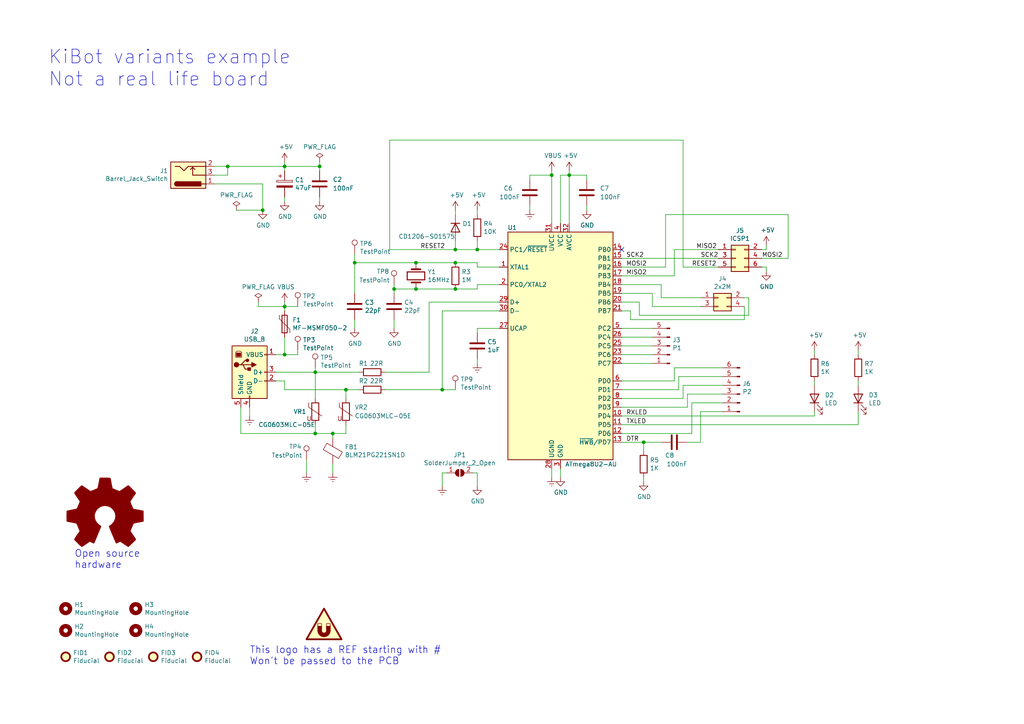
<source format=kicad_sch>
(kicad_sch (version 20211123) (generator eeschema)
  (paper "A4")
  (title_block (title "Arduino UNO programmer") (date "${date}") (rev "${git_hash}") (company "Instituto Nacional de Tecnología Industrial") (comment 1 "Just a copy of the original circuit, but not as ugly") (comment 4 "An example of KiBot variants"))
  (lib_symbols
    (symbol "Connector:Barrel_Jack_Switch" (pin_names hide)
      (property "Reference" "J" (at 0 5.334 0))
      (property "Value" "Barrel_Jack_Switch" (at 0 -5.08 0))
      (symbol "Barrel_Jack_Switch_1_1"
        (pin passive line (at 7.62 2.54 180) (length 2.54) (name "~") (number "1"))
        (pin passive line (at 7.62 -2.54 180) (length 2.54) (name "~") (number "2"))
        (pin passive line (at 7.62 0 180) (length 2.54) (name "~") (number "3"))
      )
    )
    (symbol "Connector:Conn_01x05_Male" (pin_names (offset 1.016) hide)
      (property "Reference" "J" (at 0 7.62 0))
      (property "Value" "Conn_01x05_Male" (at 0 -7.62 0))
      (symbol "Conn_01x05_Male_1_1"
        (pin passive line (at 5.08 5.08 180) (length 3.81) (name "Pin_1") (number "1"))
        (pin passive line (at 5.08 2.54 180) (length 3.81) (name "Pin_2") (number "2"))
        (pin passive line (at 5.08 0 180) (length 3.81) (name "Pin_3") (number "3"))
        (pin passive line (at 5.08 -2.54 180) (length 3.81) (name "Pin_4") (number "4"))
        (pin passive line (at 5.08 -5.08 180) (length 3.81) (name "Pin_5") (number "5"))
      )
    )
    (symbol "Connector:Conn_01x06_Male" (pin_names (offset 1.016) hide)
      (property "Reference" "J" (at 0 7.62 0))
      (property "Value" "Conn_01x06_Male" (at 0 -10.16 0))
      (symbol "Conn_01x06_Male_1_1"
        (pin passive line (at 5.08 5.08 180) (length 3.81) (name "Pin_1") (number "1"))
        (pin passive line (at 5.08 2.54 180) (length 3.81) (name "Pin_2") (number "2"))
        (pin passive line (at 5.08 0 180) (length 3.81) (name "Pin_3") (number "3"))
        (pin passive line (at 5.08 -2.54 180) (length 3.81) (name "Pin_4") (number "4"))
        (pin passive line (at 5.08 -5.08 180) (length 3.81) (name "Pin_5") (number "5"))
        (pin passive line (at 5.08 -7.62 180) (length 3.81) (name "Pin_6") (number "6"))
      )
    )
    (symbol "Connector:TestPoint" (pin_numbers hide) (pin_names (offset 0.762) hide)
      (property "Reference" "TP" (at 0 6.858 0))
      (property "Value" "TestPoint" (at 0 5.08 0))
      (symbol "TestPoint_1_1"
        (pin passive line (at 0 0 90) (length 2.54) (name "1") (number "1"))
      )
    )
    (symbol "Connector:USB_B" (pin_names (offset 1.016))
      (property "Reference" "J" (at -5.08 11.43 0))
      (property "Value" "USB_B" (at -5.08 8.89 0))
      (symbol "USB_B_1_1"
        (pin power_out line (at 7.62 5.08 180) (length 2.54) (name "VBUS") (number "1"))
        (pin bidirectional line (at 7.62 -2.54 180) (length 2.54) (name "D-") (number "2"))
        (pin bidirectional line (at 7.62 0 180) (length 2.54) (name "D+") (number "3"))
        (pin power_out line (at 0 -10.16 90) (length 2.54) (name "GND") (number "4"))
        (pin passive line (at -2.54 -10.16 90) (length 2.54) (name "Shield") (number "5"))
      )
    )
    (symbol "Connector_Generic:Conn_02x02_Odd_Even" (pin_names (offset 1.016) hide)
      (property "Reference" "J" (at 1.27 2.54 0))
      (property "Value" "Conn_02x02_Odd_Even" (at 1.27 -5.08 0))
      (symbol "Conn_02x02_Odd_Even_1_1"
        (pin passive line (at -5.08 0 0) (length 3.81) (name "Pin_1") (number "1"))
        (pin passive line (at 7.62 0 180) (length 3.81) (name "Pin_2") (number "2"))
        (pin passive line (at -5.08 -2.54 0) (length 3.81) (name "Pin_3") (number "3"))
        (pin passive line (at 7.62 -2.54 180) (length 3.81) (name "Pin_4") (number "4"))
      )
    )
    (symbol "Connector_Generic:Conn_02x03_Odd_Even" (pin_names (offset 1.016) hide)
      (property "Reference" "J" (at 1.27 5.08 0))
      (property "Value" "Conn_02x03_Odd_Even" (at 1.27 -5.08 0))
      (symbol "Conn_02x03_Odd_Even_1_1"
        (pin passive line (at -5.08 2.54 0) (length 3.81) (name "Pin_1") (number "1"))
        (pin passive line (at 7.62 2.54 180) (length 3.81) (name "Pin_2") (number "2"))
        (pin passive line (at -5.08 0 0) (length 3.81) (name "Pin_3") (number "3"))
        (pin passive line (at 7.62 0 180) (length 3.81) (name "Pin_4") (number "4"))
        (pin passive line (at -5.08 -2.54 0) (length 3.81) (name "Pin_5") (number "5"))
        (pin passive line (at 7.62 -2.54 180) (length 3.81) (name "Pin_6") (number "6"))
      )
    )
    (symbol "Device:C" (pin_numbers hide) (pin_names (offset 0.254))
      (property "Reference" "C" (at 0.635 2.54 0))
      (property "Value" "C" (at 0.635 -2.54 0))
      (symbol "C_1_1"
        (pin passive line (at 0 3.81 270) (length 2.794) (name "~") (number "1"))
        (pin passive line (at 0 -3.81 90) (length 2.794) (name "~") (number "2"))
      )
    )
    (symbol "Device:C_Polarized" (pin_numbers hide) (pin_names (offset 0.254))
      (property "Reference" "C" (at 0.635 2.54 0))
      (property "Value" "C_Polarized" (at 0.635 -2.54 0))
      (symbol "C_Polarized_1_1"
        (pin passive line (at 0 3.81 270) (length 2.794) (name "~") (number "1"))
        (pin passive line (at 0 -3.81 90) (length 2.794) (name "~") (number "2"))
      )
    )
    (symbol "Device:Crystal" (pin_numbers hide) (pin_names (offset 1.016) hide)
      (property "Reference" "Y" (at 0 3.81 0))
      (property "Value" "Crystal" (at 0 -3.81 0))
      (symbol "Crystal_1_1"
        (pin passive line (at -3.81 0 0) (length 1.27) (name "1") (number "1"))
        (pin passive line (at 3.81 0 180) (length 1.27) (name "2") (number "2"))
      )
    )
    (symbol "Device:D" (pin_numbers hide) (pin_names (offset 1.016) hide)
      (property "Reference" "D" (at 0 2.54 0))
      (property "Value" "D" (at 0 -2.54 0))
      (symbol "D_1_1"
        (pin passive line (at -3.81 0 0) (length 2.54) (name "K") (number "1"))
        (pin passive line (at 3.81 0 180) (length 2.54) (name "A") (number "2"))
      )
    )
    (symbol "Device:FerriteBead" (pin_numbers hide) (pin_names (offset 0))
      (property "Reference" "FB" (at -3.81 0.635 90))
      (property "Value" "FerriteBead" (at 3.81 0 90))
      (symbol "FerriteBead_1_1"
        (pin passive line (at 0 3.81 270) (length 2.54) (name "~") (number "1"))
        (pin passive line (at 0 -3.81 90) (length 2.54) (name "~") (number "2"))
      )
    )
    (symbol "Device:LED" (pin_numbers hide) (pin_names (offset 1.016) hide)
      (property "Reference" "D" (at 0 2.54 0))
      (property "Value" "LED" (at 0 -2.54 0))
      (symbol "LED_1_1"
        (pin passive line (at -3.81 0 0) (length 2.54) (name "K") (number "1"))
        (pin passive line (at 3.81 0 180) (length 2.54) (name "A") (number "2"))
      )
    )
    (symbol "Device:Polyfuse" (pin_numbers hide) (pin_names (offset 0))
      (property "Reference" "F" (at -2.54 0 90))
      (property "Value" "Polyfuse" (at 2.54 0 90))
      (symbol "Polyfuse_1_1"
        (pin passive line (at 0 3.81 270) (length 1.27) (name "~") (number "1"))
        (pin passive line (at 0 -3.81 90) (length 1.27) (name "~") (number "2"))
      )
    )
    (symbol "Device:R" (pin_numbers hide) (pin_names (offset 0))
      (property "Reference" "R" (at 2.032 0 90))
      (property "Value" "R" (at 0 0 90))
      (symbol "R_1_1"
        (pin passive line (at 0 3.81 270) (length 1.27) (name "~") (number "1"))
        (pin passive line (at 0 -3.81 90) (length 1.27) (name "~") (number "2"))
      )
    )
    (symbol "Device:Varistor" (pin_numbers hide) (pin_names (offset 0))
      (property "Reference" "RV" (at 3.175 0 90))
      (property "Value" "Varistor" (at -3.175 0 90))
      (symbol "Varistor_0_0"
        (text "U" (at -1.778 -2.032 0) (effects (font (size 1.27 1.27))))
      )
      (symbol "Varistor_1_1"
        (pin passive line (at 0 3.81 270) (length 1.27) (name "~") (number "1"))
        (pin passive line (at 0 -3.81 90) (length 1.27) (name "~") (number "2"))
      )
    )
    (symbol "Graphic:Logo_Open_Hardware_Large" (pin_names (offset 1.016)))
    (symbol "Graphic:SYM_Magnet_Large" (pin_names (offset 1.016) hide))
    (symbol "Jumper:SolderJumper_2_Open" (pin_names (offset 0) hide)
      (property "Reference" "JP" (at 0 2.032 0))
      (property "Value" "SolderJumper_2_Open" (at 0 -2.54 0))
      (symbol "SolderJumper_2_Open_1_1"
        (pin passive line (at -3.81 0 0) (length 2.54) (name "A") (number "1"))
        (pin passive line (at 3.81 0 180) (length 2.54) (name "B") (number "2"))
      )
    )
    (symbol "MCU_Microchip_ATmega:ATmega8U2-A"
      (property "Reference" "U" (at -15.24 34.29 0))
      (property "Value" "ATmega8U2-A" (at 2.54 -34.29 0))
      (symbol "ATmega8U2-A_1_1"
        (pin input line (at -17.78 22.86 0) (length 2.54) (name "XTAL1") (number "1"))
        (pin bidirectional line (at 17.78 -20.32 180) (length 2.54) (name "PD4") (number "10"))
        (pin bidirectional line (at 17.78 -22.86 180) (length 2.54) (name "PD5") (number "11"))
        (pin bidirectional line (at 17.78 -25.4 180) (length 2.54) (name "PD6") (number "12"))
        (pin bidirectional line (at 17.78 -27.94 180) (length 2.54) (name "~{HWB}/PD7") (number "13"))
        (pin bidirectional line (at 17.78 27.94 180) (length 2.54) (name "PB0") (number "14"))
        (pin bidirectional line (at 17.78 25.4 180) (length 2.54) (name "PB1") (number "15"))
        (pin bidirectional line (at 17.78 22.86 180) (length 2.54) (name "PB2") (number "16"))
        (pin bidirectional line (at 17.78 20.32 180) (length 2.54) (name "PB3") (number "17"))
        (pin bidirectional line (at 17.78 17.78 180) (length 2.54) (name "PB4") (number "18"))
        (pin bidirectional line (at 17.78 15.24 180) (length 2.54) (name "PB5") (number "19"))
        (pin bidirectional line (at -17.78 17.78 0) (length 2.54) (name "PC0/XTAL2") (number "2"))
        (pin bidirectional line (at 17.78 12.7 180) (length 2.54) (name "PB6") (number "20"))
        (pin bidirectional line (at 17.78 10.16 180) (length 2.54) (name "PB7") (number "21"))
        (pin bidirectional line (at 17.78 -5.08 180) (length 2.54) (name "PC7") (number "22"))
        (pin bidirectional line (at 17.78 -2.54 180) (length 2.54) (name "PC6") (number "23"))
        (pin bidirectional line (at -17.78 27.94 0) (length 2.54) (name "PC1/~{RESET}") (number "24"))
        (pin bidirectional line (at 17.78 0 180) (length 2.54) (name "PC5") (number "25"))
        (pin bidirectional line (at 17.78 2.54 180) (length 2.54) (name "PC4") (number "26"))
        (pin passive line (at -17.78 5.08 0) (length 2.54) (name "UCAP") (number "27"))
        (pin power_in line (at -2.54 -35.56 90) (length 2.54) (name "UGND") (number "28"))
        (pin bidirectional line (at -17.78 12.7 0) (length 2.54) (name "D+") (number "29"))
        (pin power_in line (at 0 -35.56 90) (length 2.54) (name "GND") (number "3"))
        (pin bidirectional line (at -17.78 10.16 0) (length 2.54) (name "D-") (number "30"))
        (pin power_in line (at -2.54 35.56 270) (length 2.54) (name "UVCC") (number "31"))
        (pin power_in line (at 2.54 35.56 270) (length 2.54) (name "AVCC") (number "32"))
        (pin power_in line (at 0 35.56 270) (length 2.54) (name "VCC") (number "4"))
        (pin bidirectional line (at 17.78 5.08 180) (length 2.54) (name "PC2") (number "5"))
        (pin bidirectional line (at 17.78 -10.16 180) (length 2.54) (name "PD0") (number "6"))
        (pin bidirectional line (at 17.78 -12.7 180) (length 2.54) (name "PD1") (number "7"))
        (pin bidirectional line (at 17.78 -15.24 180) (length 2.54) (name "PD2") (number "8"))
        (pin bidirectional line (at 17.78 -17.78 180) (length 2.54) (name "PD3") (number "9"))
      )
    )
    (symbol "Mechanical:Fiducial"
      (property "Reference" "FID" (at 0 5.08 0))
      (property "Value" "Fiducial" (at 0 3.175 0))
    )
    (symbol "Mechanical:MountingHole" (pin_names (offset 1.016))
      (property "Reference" "H" (at 0 5.08 0))
      (property "Value" "MountingHole" (at 0 3.175 0))
    )
    (symbol "power:+5V" (power) (pin_names (offset 0))
      (property "Value" "+5V" (at 0 3.556 0))
      (symbol "+5V_1_1"
        (pin power_in line (at 0 0 90) (length 0) hide (name "+5V") (number "1"))
      )
    )
    (symbol "power:Earth" (power) (pin_names (offset 0))
      (symbol "Earth_1_1"
        (pin power_in line (at 0 0 270) (length 0) hide (name "Earth") (number "1"))
      )
    )
    (symbol "power:GND" (power) (pin_names (offset 0))
      (property "Value" "GND" (at 0 -3.81 0))
      (symbol "GND_1_1"
        (pin power_in line (at 0 0 270) (length 0) hide (name "GND") (number "1"))
      )
    )
    (symbol "power:PWR_FLAG" (power) (pin_numbers hide) (pin_names (offset 0) hide)
      (property "Value" "PWR_FLAG" (at 0 3.81 0))
      (symbol "PWR_FLAG_0_0"
        (pin power_out line (at 0 0 90) (length 0) (name "pwr") (number "1"))
      )
    )
    (symbol "power:VBUS" (power) (pin_names (offset 0))
      (property "Value" "VBUS" (at 0 3.81 0))
      (symbol "VBUS_1_1"
        (pin power_in line (at 0 0 90) (length 0) hide (name "VBUS") (number "1"))
      )
    )
  )
  (junction (at 82.55 88.9))
  (junction (at 160.02 50.8))
  (junction (at 132.08 76.2))
  (junction (at 91.44 125.73))
  (junction (at 100.33 113.03))
  (junction (at 138.43 72.39))
  (junction (at 128.27 113.03))
  (junction (at 96.52 125.73))
  (junction (at 186.69 128.27))
  (junction (at 120.65 76.2))
  (junction (at 114.3 83.82))
  (junction (at 82.55 48.26))
  (junction (at 92.71 48.26))
  (junction (at 102.87 76.2))
  (junction (at 132.08 72.39))
  (junction (at 82.55 102.87))
  (junction (at 91.44 107.95))
  (junction (at 165.1 50.8))
  (junction (at 132.08 83.82))
  (junction (at 66.04 48.26))
  (junction (at 76.2 60.96))
  (junction (at 120.65 83.82))
  (no_connect (at 180.34 72.39))
  (wire (pts (xy 186.69 130.81) (xy 186.69 128.27)))
  (wire (pts (xy 96.52 125.73) (xy 96.52 127)))
  (wire (pts (xy 91.44 125.73) (xy 96.52 125.73)))
  (wire (pts (xy 82.55 102.87) (xy 82.55 97.79)))
  (wire (pts (xy 92.71 46.99) (xy 92.71 48.26)))
  (wire (pts (xy 66.04 50.8) (xy 66.04 48.26)))
  (wire (pts (xy 162.56 50.8) (xy 165.1 50.8)))
  (wire (pts (xy 248.92 123.19) (xy 248.92 119.38)))
  (wire (pts (xy 153.67 50.8) (xy 160.02 50.8)))
  (wire (pts (xy 144.78 95.25) (xy 138.43 95.25)))
  (wire (pts (xy 132.08 76.2) (xy 120.65 76.2)))
  (wire (pts (xy 111.76 113.03) (xy 128.27 113.03)))
  (wire (pts (xy 182.88 92.71) (xy 215.9 92.71)))
  (wire (pts (xy 128.27 137.16) (xy 128.27 140.97)))
  (wire (pts (xy 180.34 85.09) (xy 189.23 85.09)))
  (wire (pts (xy 209.55 106.68) (xy 195.58 106.68)))
  (wire (pts (xy 114.3 92.71) (xy 114.3 95.25)))
  (wire (pts (xy 180.34 80.01) (xy 195.58 80.01)))
  (wire (pts (xy 162.56 64.77) (xy 162.56 50.8)))
  (wire (pts (xy 82.55 113.03) (xy 82.55 110.49)))
  (wire (pts (xy 203.2 128.27) (xy 203.2 119.38)))
  (wire (pts (xy 180.34 87.63) (xy 185.42 87.63)))
  (wire (pts (xy 100.33 113.03) (xy 82.55 113.03)))
  (wire (pts (xy 76.2 60.96) (xy 68.58 60.96)))
  (wire (pts (xy 138.43 77.47) (xy 138.43 76.2)))
  (wire (pts (xy 138.43 95.25) (xy 138.43 96.52)))
  (wire (pts (xy 132.08 69.85) (xy 132.08 72.39)))
  (wire (pts (xy 62.23 50.8) (xy 66.04 50.8)))
  (wire (pts (xy 120.65 83.82) (xy 114.3 83.82)))
  (wire (pts (xy 198.12 111.76) (xy 198.12 115.57)))
  (wire (pts (xy 217.17 91.44) (xy 217.17 86.36)))
  (wire (pts (xy 220.98 72.39) (xy 222.25 72.39)))
  (wire (pts (xy 69.85 118.11) (xy 69.85 125.73)))
  (wire (pts (xy 153.67 52.07) (xy 153.67 50.8)))
  (wire (pts (xy 114.3 82.55) (xy 114.3 83.82)))
  (wire (pts (xy 199.39 128.27) (xy 203.2 128.27)))
  (wire (pts (xy 195.58 80.01) (xy 195.58 72.39)))
  (wire (pts (xy 198.12 40.64) (xy 113.03 40.64)))
  (wire (pts (xy 113.03 72.39) (xy 132.08 72.39)))
  (wire (pts (xy 153.67 59.69) (xy 153.67 60.96)))
  (wire (pts (xy 236.22 120.65) (xy 236.22 119.38)))
  (wire (pts (xy 180.34 95.25) (xy 189.23 95.25)))
  (wire (pts (xy 198.12 77.47) (xy 198.12 40.64)))
  (wire (pts (xy 80.01 102.87) (xy 82.55 102.87)))
  (wire (pts (xy 129.54 137.16) (xy 128.27 137.16)))
  (wire (pts (xy 92.71 57.15) (xy 92.71 58.42)))
  (wire (pts (xy 144.78 77.47) (xy 138.43 77.47)))
  (wire (pts (xy 182.88 90.17) (xy 182.88 92.71)))
  (wire (pts (xy 91.44 106.68) (xy 91.44 107.95)))
  (wire (pts (xy 199.39 114.3) (xy 209.55 114.3)))
  (wire (pts (xy 96.52 125.73) (xy 100.33 125.73)))
  (wire (pts (xy 138.43 83.82) (xy 138.43 82.55)))
  (wire (pts (xy 236.22 110.49) (xy 236.22 111.76)))
  (wire (pts (xy 96.52 134.62) (xy 96.52 137.16)))
  (wire (pts (xy 62.23 48.26) (xy 66.04 48.26)))
  (wire (pts (xy 180.34 125.73) (xy 200.66 125.73)))
  (wire (pts (xy 120.65 76.2) (xy 102.87 76.2)))
  (wire (pts (xy 72.39 118.11) (xy 72.39 120.65)))
  (wire (pts (xy 165.1 64.77) (xy 165.1 50.8)))
  (wire (pts (xy 180.34 118.11) (xy 199.39 118.11)))
  (wire (pts (xy 220.98 77.47) (xy 222.25 77.47)))
  (wire (pts (xy 138.43 76.2) (xy 132.08 76.2)))
  (wire (pts (xy 195.58 72.39) (xy 208.28 72.39)))
  (wire (pts (xy 132.08 83.82) (xy 120.65 83.82)))
  (wire (pts (xy 100.33 115.57) (xy 100.33 113.03)))
  (wire (pts (xy 180.34 120.65) (xy 236.22 120.65)))
  (wire (pts (xy 180.34 128.27) (xy 186.69 128.27)))
  (wire (pts (xy 170.18 52.07) (xy 170.18 50.8)))
  (wire (pts (xy 138.43 60.96) (xy 138.43 62.23)))
  (wire (pts (xy 180.34 82.55) (xy 191.77 82.55)))
  (wire (pts (xy 195.58 106.68) (xy 195.58 110.49)))
  (wire (pts (xy 189.23 85.09) (xy 189.23 88.9)))
  (wire (pts (xy 189.23 88.9) (xy 203.2 88.9)))
  (wire (pts (xy 102.87 76.2) (xy 102.87 85.09)))
  (wire (pts (xy 128.27 113.03) (xy 128.27 90.17)))
  (wire (pts (xy 92.71 48.26) (xy 92.71 49.53)))
  (wire (pts (xy 189.23 97.79) (xy 180.34 97.79)))
  (wire (pts (xy 185.42 87.63) (xy 185.42 91.44)))
  (wire (pts (xy 86.36 101.6) (xy 86.36 102.87)))
  (wire (pts (xy 170.18 59.69) (xy 170.18 60.96)))
  (wire (pts (xy 138.43 105.41) (xy 138.43 104.14)))
  (wire (pts (xy 186.69 138.43) (xy 186.69 139.7)))
  (wire (pts (xy 82.55 57.15) (xy 82.55 58.42)))
  (wire (pts (xy 82.55 110.49) (xy 80.01 110.49)))
  (wire (pts (xy 180.34 100.33) (xy 189.23 100.33)))
  (wire (pts (xy 138.43 137.16) (xy 138.43 140.97)))
  (wire (pts (xy 132.08 60.96) (xy 132.08 62.23)))
  (wire (pts (xy 228.6 74.93) (xy 228.6 62.23)))
  (wire (pts (xy 82.55 46.99) (xy 82.55 48.26)))
  (wire (pts (xy 137.16 137.16) (xy 138.43 137.16)))
  (wire (pts (xy 222.25 72.39) (xy 222.25 71.12)))
  (wire (pts (xy 208.28 77.47) (xy 198.12 77.47)))
  (wire (pts (xy 104.14 113.03) (xy 100.33 113.03)))
  (wire (pts (xy 86.36 88.9) (xy 82.55 88.9)))
  (wire (pts (xy 198.12 115.57) (xy 180.34 115.57)))
  (wire (pts (xy 189.23 102.87) (xy 180.34 102.87)))
  (wire (pts (xy 100.33 125.73) (xy 100.33 123.19)))
  (wire (pts (xy 203.2 119.38) (xy 209.55 119.38)))
  (wire (pts (xy 180.34 113.03) (xy 196.85 113.03)))
  (wire (pts (xy 222.25 77.47) (xy 222.25 78.74)))
  (wire (pts (xy 185.42 91.44) (xy 217.17 91.44)))
  (wire (pts (xy 114.3 83.82) (xy 114.3 85.09)))
  (wire (pts (xy 66.04 48.26) (xy 82.55 48.26)))
  (wire (pts (xy 191.77 82.55) (xy 191.77 86.36)))
  (wire (pts (xy 180.34 90.17) (xy 182.88 90.17)))
  (wire (pts (xy 236.22 101.6) (xy 236.22 102.87)))
  (wire (pts (xy 124.46 87.63) (xy 124.46 107.95)))
  (wire (pts (xy 199.39 118.11) (xy 199.39 114.3)))
  (wire (pts (xy 180.34 74.93) (xy 208.28 74.93)))
  (wire (pts (xy 217.17 86.36) (xy 215.9 86.36)))
  (wire (pts (xy 82.55 48.26) (xy 92.71 48.26)))
  (wire (pts (xy 102.87 92.71) (xy 102.87 95.25)))
  (wire (pts (xy 195.58 110.49) (xy 180.34 110.49)))
  (wire (pts (xy 193.04 62.23) (xy 228.6 62.23)))
  (wire (pts (xy 113.03 40.64) (xy 113.03 72.39)))
  (wire (pts (xy 196.85 113.03) (xy 196.85 109.22)))
  (wire (pts (xy 74.93 88.9) (xy 74.93 87.63)))
  (wire (pts (xy 82.55 48.26) (xy 82.55 49.53)))
  (wire (pts (xy 165.1 50.8) (xy 165.1 49.53)))
  (wire (pts (xy 160.02 64.77) (xy 160.02 50.8)))
  (wire (pts (xy 160.02 135.89) (xy 160.02 138.43)))
  (wire (pts (xy 138.43 82.55) (xy 144.78 82.55)))
  (wire (pts (xy 248.92 110.49) (xy 248.92 111.76)))
  (wire (pts (xy 144.78 87.63) (xy 124.46 87.63)))
  (wire (pts (xy 69.85 125.73) (xy 91.44 125.73)))
  (wire (pts (xy 132.08 72.39) (xy 138.43 72.39)))
  (wire (pts (xy 200.66 125.73) (xy 200.66 116.84)))
  (wire (pts (xy 193.04 77.47) (xy 193.04 62.23)))
  (wire (pts (xy 180.34 123.19) (xy 248.92 123.19)))
  (wire (pts (xy 91.44 107.95) (xy 104.14 107.95)))
  (wire (pts (xy 102.87 73.66) (xy 102.87 76.2)))
  (wire (pts (xy 91.44 123.19) (xy 91.44 125.73)))
  (wire (pts (xy 132.08 83.82) (xy 138.43 83.82)))
  (wire (pts (xy 76.2 53.34) (xy 76.2 60.96)))
  (wire (pts (xy 209.55 111.76) (xy 198.12 111.76)))
  (wire (pts (xy 82.55 88.9) (xy 82.55 87.63)))
  (wire (pts (xy 165.1 50.8) (xy 170.18 50.8)))
  (wire (pts (xy 91.44 115.57) (xy 91.44 107.95)))
  (wire (pts (xy 196.85 109.22) (xy 209.55 109.22)))
  (wire (pts (xy 62.23 53.34) (xy 76.2 53.34)))
  (wire (pts (xy 132.08 113.03) (xy 128.27 113.03)))
  (wire (pts (xy 80.01 107.95) (xy 91.44 107.95)))
  (wire (pts (xy 200.66 116.84) (xy 209.55 116.84)))
  (wire (pts (xy 162.56 135.89) (xy 162.56 138.43)))
  (wire (pts (xy 191.77 86.36) (xy 203.2 86.36)))
  (wire (pts (xy 180.34 105.41) (xy 189.23 105.41)))
  (wire (pts (xy 160.02 50.8) (xy 160.02 49.53)))
  (wire (pts (xy 124.46 107.95) (xy 111.76 107.95)))
  (wire (pts (xy 82.55 88.9) (xy 74.93 88.9)))
  (wire (pts (xy 138.43 72.39) (xy 144.78 72.39)))
  (wire (pts (xy 128.27 90.17) (xy 144.78 90.17)))
  (wire (pts (xy 248.92 101.6) (xy 248.92 102.87)))
  (wire (pts (xy 82.55 90.17) (xy 82.55 88.9)))
  (wire (pts (xy 186.69 128.27) (xy 191.77 128.27)))
  (wire (pts (xy 215.9 92.71) (xy 215.9 88.9)))
  (wire (pts (xy 88.9 133.35) (xy 88.9 137.16)))
  (wire (pts (xy 138.43 69.85) (xy 138.43 72.39)))
  (wire (pts (xy 180.34 77.47) (xy 193.04 77.47)))
  (wire (pts (xy 220.98 74.93) (xy 228.6 74.93)))
  (wire (pts (xy 86.36 102.87) (xy 82.55 102.87)))
  (text "Open source\nhardware" (at 21.59 165.1 0) (effects (font (size 2.0066 2.0066)) (justify left bottom)))
  (text "This logo has a REF starting with #\nWon't be passed to the PCB" (at 72.39 193.04 0) (effects (font (size 2.0066 2.0066)) (justify left bottom)))
  (text "KiBot variants example\nNot a real life board" (at 13.97 25.4 0) (effects (font (size 3.9878 3.9878)) (justify left bottom)))
  (label "RESET2" (at 121.92 72.39 0))
  (label "MISO2" (at 181.61 80.01 0))
  (label "DTR" (at 181.61 128.27 0))
  (label "SCK2" (at 181.61 74.93 0))
  (label "RXLED" (at 181.61 120.65 0))
  (label "RESET2" (at 200.66 77.47 0))
  (label "MISO2" (at 201.93 72.39 0))
  (label "SCK2" (at 203.2 74.93 0))
  (label "TXLED" (at 181.61 123.19 0))
  (label "MOSI2" (at 220.98 74.93 0))
  (label "MOSI2" (at 181.61 77.47 0))
  (symbol (lib_id "MCU_Microchip_ATmega:ATmega8U2-A") (at 162.56 100.33 0) (unit 1)
    (property "Reference" "U1" (at 148.59 66.04 0))
    (property "Value" "ATmega8U2-AU" (at 171.45 134.62 0))
    (property "Footprint" "Package_QFP:TQFP-32_7x7mm_P0.8mm" (effects hide))
    (property "Datasheet" "http://ww1.microchip.com/downloads/en/DeviceDoc/doc7799.pdf" (effects hide))
  )
  (symbol (lib_id "Device:R") (at 132.08 80.01 0) (unit 1)
    (property "Reference" "R3" (at 133.858 78.8416 0) (effects (justify left)))
    (property "Value" "1M" (at 133.858 81.153 0) (effects (justify left)))
    (property "Footprint" "Resistor_SMD:R_0805_2012Metric" (effects hide))
    (property "Config" "+USB,+XTAL" (effects hide))
  )
  (symbol (lib_id "Device:C") (at 114.3 88.9 0) (unit 1)
    (property "Reference" "C4" (at 117.221 87.7316 0) (effects (justify left)))
    (property "Value" "22pF" (at 117.221 90.043 0) (effects (justify left)))
    (property "Footprint" "Capacitor_SMD:C_0805_2012Metric" (effects hide))
    (property "Config" "+USB,+XTAL" (effects hide))
  )
  (symbol (lib_id "Device:C") (at 102.87 88.9 0) (unit 1)
    (property "Reference" "C3" (at 105.791 87.7316 0) (effects (justify left)))
    (property "Value" "22pF" (at 105.791 90.043 0) (effects (justify left)))
    (property "Footprint" "Capacitor_SMD:C_0805_2012Metric" (effects hide))
    (property "Config" "+USB,+XTAL" (effects hide))
  )
  (symbol (lib_id "power:GND") (at 102.87 95.25 0) (unit 1)
    (property "Reference" "#PWR09" (effects hide))
    (property "Value" "GND" (at 102.997 99.6442 0))
  )
  (symbol (lib_id "power:GND") (at 114.3 95.25 0) (unit 1)
    (property "Reference" "#PWR010" (effects hide))
    (property "Value" "GND" (at 114.427 99.6442 0))
  )
  (symbol (lib_id "Connector:TestPoint") (at 102.87 73.66 0) (unit 1)
    (property "Reference" "TP6" (at 104.3432 70.6628 0) (effects (justify left)))
    (property "Value" "TestPoint" (at 104.3432 72.9742 0) (effects (justify left)))
    (property "Footprint" "TestPoint:TestPoint_Pad_D1.0mm" (effects hide))
  )
  (symbol (lib_id "Connector:TestPoint") (at 114.3 82.55 0) (unit 1)
    (property "Reference" "TP8" (at 109.22 78.74 0) (effects (justify left)))
    (property "Value" "TestPoint" (at 104.14 81.28 0) (effects (justify left)))
    (property "Footprint" "TestPoint:TestPoint_Pad_D1.0mm" (effects hide))
  )
  (symbol (lib_id "Device:Varistor") (at 100.33 119.38 0) (unit 1)
    (property "Reference" "VR2" (at 102.87 118.11 0) (effects (justify left)))
    (property "Value" "CG0603MLC-05E" (at 102.87 120.65 0) (effects (justify left)))
    (property "Footprint" "Resistor_SMD:R_0603_1608Metric" (effects hide))
    (property "Datasheet" "https://www.bourns.com/docs/Product-Datasheets/MLC.pdf" (effects hide))
    (property "MFN" "Bourns Inc." (effects hide))
    (property "MFP" "CG0603MLC-05E" (effects hide))
    (property "Config" "+USB" (effects hide))
  )
  (symbol (lib_id "Device:Crystal") (at 120.65 80.01 270) (unit 1)
    (property "Reference" "Y1" (at 123.9774 78.8416 90) (effects (justify left)))
    (property "Value" "16MHz" (at 123.9774 81.153 90) (effects (justify left)))
    (property "Footprint" "Crystal:Crystal_SMD_Abracon_ABM3-2Pin_5.0x3.2mm" (effects hide))
    (property "Datasheet" "https://www.foxonline.com/pdfs/C4ST.pdf" (effects hide))
    (property "MFN" "Abracon LLC" (effects hide))
    (property "MFP" "ABM3-16.000MHZ-B2-T" (effects hide))
    (property "Config" "+USB,+XTAL" (effects hide))
  )
  (symbol (lib_id "Device:R") (at 107.95 107.95 270) (unit 1)
    (property "Reference" "R1" (at 105.41 105.41 90))
    (property "Value" "22R" (at 109.22 105.41 90))
    (property "Footprint" "Resistor_SMD:R_0805_2012Metric" (effects hide))
    (property "Config" "+USB" (effects hide))
  )
  (symbol (lib_id "Device:R") (at 107.95 113.03 270) (unit 1)
    (property "Reference" "R2" (at 105.41 110.49 90))
    (property "Value" "22R" (at 109.22 110.49 90))
    (property "Footprint" "Resistor_SMD:R_0805_2012Metric" (effects hide))
    (property "Config" "+USB" (effects hide))
  )
  (symbol (lib_id "Connector:USB_B") (at 72.39 107.95 0) (unit 1)
    (property "Reference" "J2" (at 73.8378 96.0882 0))
    (property "Value" "USB_B" (at 73.8378 98.3996 0))
    (property "Footprint" "Connector_USB:USB_B_Lumberg_2411_02_Horizontal" (effects hide))
    (property "Datasheet" "https://www.te.com/commerce/DocumentDelivery/DDEController?Action=srchrtrv&DocNm=292304&DocType=Customer+Drawing&DocLang=English" (effects hide))
    (property "MFN" "TE Connectivity AMP Connectors" (effects hide))
    (property "MFP" "292304-1" (effects hide))
    (property "Config" "+USB" (effects hide))
  )
  (symbol (lib_id "Device:Varistor") (at 91.44 119.38 0) (unit 1)
    (property "Reference" "VR1" (at 85.09 119.38 0) (effects (justify left)))
    (property "Value" "CG0603MLC-05E" (at 74.93 123.19 0) (effects (justify left)))
    (property "Footprint" "Resistor_SMD:R_0603_1608Metric" (effects hide))
    (property "Datasheet" "https://www.bourns.com/docs/Product-Datasheets/MLC.pdf" (effects hide))
    (property "MFN" "Bourns Inc." (effects hide))
    (property "MFP" "CG0603MLC-05E" (effects hide))
    (property "Config" "+USB" (effects hide))
  )
  (symbol (lib_id "Device:FerriteBead") (at 96.52 130.81 0) (unit 1)
    (property "Reference" "FB1" (at 99.9998 129.6416 0) (effects (justify left)))
    (property "Value" "BLM21PG221SN1D" (at 99.9998 131.953 0) (effects (justify left)))
    (property "Footprint" "Resistor_SMD:R_0805_2012Metric" (effects hide))
    (property "Datasheet" "https://www.murata.com/en-eu/api/pdfdownloadapi?cate=cgsubChipFerriBead&partno=BLM21PG221SN1%23" (effects hide))
    (property "MFN" "Murata" (effects hide))
    (property "MFP" "BLM21PG221SN1D" (effects hide))
    (property "Config" "+USB" (effects hide))
  )
  (symbol (lib_id "Device:Polyfuse") (at 82.55 93.98 0) (unit 1)
    (property "Reference" "F1" (at 84.7852 92.8116 0) (effects (justify left)))
    (property "Value" "MF-MSMF050-2" (at 84.7852 95.123 0) (effects (justify left)))
    (property "Footprint" "Resistor_SMD:R_1812_4532Metric" (effects hide))
    (property "Datasheet" "https://www.bourns.com/docs/Product-Datasheets/mfmsmf.pdf" (effects hide))
    (property "Config" "+USB" (effects hide))
  )
  (symbol (lib_id "power:Earth") (at 96.52 137.16 0) (unit 1)
    (property "Reference" "#PWR08" (effects hide))
    (property "Value" "Earth" (effects hide))
  )
  (symbol (lib_id "power:Earth") (at 72.39 120.65 0) (unit 1)
    (property "Reference" "#PWR01" (effects hide))
    (property "Value" "Earth" (effects hide))
  )
  (symbol (lib_id "Connector:TestPoint") (at 91.44 106.68 0) (unit 1)
    (property "Reference" "TP5" (at 92.9132 103.6828 0) (effects (justify left)))
    (property "Value" "TestPoint" (at 92.9132 105.9942 0) (effects (justify left)))
    (property "Footprint" "TestPoint:TestPoint_Pad_D1.0mm" (effects hide))
  )
  (symbol (lib_id "Connector:TestPoint") (at 132.08 113.03 0) (unit 1)
    (property "Reference" "TP9" (at 133.5532 110.0328 0) (effects (justify left)))
    (property "Value" "TestPoint" (at 133.5532 112.3442 0) (effects (justify left)))
    (property "Footprint" "TestPoint:TestPoint_Pad_D1.0mm" (effects hide))
  )
  (symbol (lib_id "power:VBUS") (at 82.55 87.63 0) (unit 1)
    (property "Reference" "#PWR05" (effects hide))
    (property "Value" "VBUS" (at 82.931 83.2358 0))
  )
  (symbol (lib_id "Connector:TestPoint") (at 86.36 88.9 0) (unit 1)
    (property "Reference" "TP2" (at 87.8332 85.9028 0) (effects (justify left)))
    (property "Value" "TestPoint" (at 87.8332 88.2142 0) (effects (justify left)))
    (property "Footprint" "TestPoint:TestPoint_Pad_D1.0mm" (effects hide))
  )
  (symbol (lib_id "power:PWR_FLAG") (at 74.93 87.63 0) (unit 1)
    (property "Reference" "#FLG01" (effects hide))
    (property "Value" "PWR_FLAG" (at 74.93 83.2358 0))
  )
  (symbol (lib_id "power:Earth") (at 88.9 137.16 0) (unit 1)
    (property "Reference" "#PWR06" (effects hide))
    (property "Value" "Earth" (effects hide))
  )
  (symbol (lib_id "Graphic:SYM_Magnet_Large") (at 93.98 180.34 0) (unit 1)
    (property "Reference" "#SYM1" (effects hide))
    (property "Value" "SYM_Magnet_Large" (effects hide))
  )
  (symbol (lib_id "Connector:TestPoint") (at 88.9 133.35 0) (unit 1)
    (property "Reference" "TP4" (at 83.82 129.54 0) (effects (justify left)))
    (property "Value" "TestPoint" (at 78.74 132.08 0) (effects (justify left)))
    (property "Footprint" "TestPoint:TestPoint_Pad_D1.0mm" (effects hide))
  )
  (symbol (lib_id "Device:LED") (at 248.92 115.57 90) (unit 1)
    (property "Reference" "D3" (at 251.9172 114.5794 90) (effects (justify right)))
    (property "Value" "LED" (at 251.9172 116.8908 90) (effects (justify right)))
    (property "Footprint" "LED_SMD:LED_0805_2012Metric" (effects hide))
    (property "Datasheet" "https://dammedia.osram.info/media/resource/hires/osram-dam-2493936/LG%20R971.pdf" (effects hide))
    (property "MFN" "OSRAM Opto Semiconductors Inc." (effects hide))
    (property "MFP" "LG R971-KN-1" (effects hide))
  )
  (symbol (lib_id "power:Earth") (at 138.43 105.41 0) (unit 1)
    (property "Reference" "#PWR014" (effects hide))
    (property "Value" "Earth" (effects hide))
  )
  (symbol (lib_id "Device:C") (at 138.43 100.33 0) (unit 1)
    (property "Reference" "C5" (at 141.351 99.1616 0) (effects (justify left)))
    (property "Value" "1uF" (at 141.351 101.473 0) (effects (justify left)))
    (property "Footprint" "Capacitor_SMD:C_0805_2012Metric" (effects hide))
  )
  (symbol (lib_id "Connector:Barrel_Jack_Switch") (at 54.61 50.8 0) (mirror x) (unit 1)
    (property "Reference" "J1" (at 48.768 49.53 0) (effects (justify right)))
    (property "Value" "Barrel_Jack_Switch" (at 48.768 51.8414 0) (effects (justify right)))
    (property "Footprint" "Connector_BarrelJack:BarrelJack_CLIFF_FC681465S_SMT_Horizontal" (effects hide))
    (property "Datasheet" "https://www.we-online.de/katalog/datasheet/6941xx106102.pdf" (effects hide))
    (property "MFN" "Würth Elektronik" (effects hide))
    (property "MFP" "694106106102" (effects hide))
  )
  (symbol (lib_id "power:VBUS") (at 160.02 49.53 0) (unit 1)
    (property "Reference" "#PWR017" (effects hide))
    (property "Value" "VBUS" (at 160.401 45.1358 0))
  )
  (symbol (lib_id "Device:C") (at 153.67 55.88 0) (unit 1)
    (property "Reference" "C6" (at 146.05 54.61 0) (effects (justify left)))
    (property "Value" "100nF" (at 144.78 57.15 0) (effects (justify left)))
    (property "Footprint" "Capacitor_SMD:C_0805_2012Metric" (effects hide))
  )
  (symbol (lib_id "power:Earth") (at 153.67 60.96 0) (unit 1)
    (property "Reference" "#PWR016" (effects hide))
    (property "Value" "Earth" (effects hide))
  )
  (symbol (lib_id "Connector:TestPoint") (at 86.36 101.6 0) (unit 1)
    (property "Reference" "TP3" (at 87.8332 98.6028 0) (effects (justify left)))
    (property "Value" "TestPoint" (at 87.8332 100.9142 0) (effects (justify left)))
    (property "Footprint" "TestPoint:TestPoint_Pad_D1.0mm" (effects hide))
  )
  (symbol (lib_id "power:Earth") (at 160.02 138.43 0) (unit 1)
    (property "Reference" "#PWR018" (effects hide))
    (property "Value" "Earth" (effects hide))
  )
  (symbol (lib_id "power:GND") (at 162.56 138.43 0) (unit 1)
    (property "Reference" "#PWR019" (effects hide))
    (property "Value" "GND" (at 162.687 142.8242 0))
  )
  (symbol (lib_id "Jumper:SolderJumper_2_Open") (at 133.35 137.16 0) (unit 1)
    (property "Reference" "JP1" (at 133.35 131.953 0))
    (property "Value" "SolderJumper_2_Open" (at 133.35 134.2644 0))
    (property "Footprint" "Jumper:SolderJumper-2_P1.3mm_Open_RoundedPad1.0x1.5mm" (effects hide))
  )
  (symbol (lib_id "power:Earth") (at 128.27 140.97 0) (unit 1)
    (property "Reference" "#PWR011" (effects hide))
    (property "Value" "Earth" (effects hide))
  )
  (symbol (lib_id "power:GND") (at 138.43 140.97 0) (unit 1)
    (property "Reference" "#PWR015" (effects hide))
    (property "Value" "GND" (at 138.557 145.3642 0))
  )
  (symbol (lib_id "Device:R") (at 138.43 66.04 0) (unit 1)
    (property "Reference" "R4" (at 140.208 64.8716 0) (effects (justify left)))
    (property "Value" "10K" (at 140.208 67.183 0) (effects (justify left)))
    (property "Footprint" "Resistor_SMD:R_0805_2012Metric" (effects hide))
  )
  (symbol (lib_id "Device:D") (at 132.08 66.04 270) (unit 1)
    (property "Reference" "D1" (at 134.112 64.8716 90) (effects (justify left)))
    (property "Value" "CD1206-S01575" (at 115.57 68.58 90) (effects (justify left)))
    (property "Footprint" "Diode_SMD:D_1206_3216Metric" (effects hide))
  )
  (symbol (lib_id "power:+5V") (at 132.08 60.96 0) (unit 1)
    (property "Reference" "#PWR012" (effects hide))
    (property "Value" "+5V" (at 132.461 56.5658 0))
  )
  (symbol (lib_id "power:+5V") (at 138.43 60.96 0) (unit 1)
    (property "Reference" "#PWR013" (effects hide))
    (property "Value" "+5V" (at 138.811 56.5658 0))
  )
  (symbol (lib_id "Connector_Generic:Conn_02x03_Odd_Even") (at 213.36 74.93 0) (unit 1)
    (property "Reference" "J5" (at 214.63 66.8782 0))
    (property "Value" "ICSP1" (at 214.63 69.1896 0))
    (property "Footprint" "Connector_PinHeader_2.54mm:PinHeader_2x03_P2.54mm_Vertical" (effects hide))
    (property "Datasheet" "https://cdn.harwin.com/pdfs/M20-998.pdf" (effects hide))
    (property "MFN" "Harwin Inc." (effects hide))
    (property "MFP" "M20-9980346" (effects hide))
    (property "Config" "-USB" (effects hide))
  )
  (symbol (lib_id "power:+5V") (at 222.25 71.12 0) (unit 1)
    (property "Reference" "#PWR023" (effects hide))
    (property "Value" "+5V" (at 222.631 66.7258 0))
  )
  (symbol (lib_id "power:GND") (at 222.25 78.74 0) (unit 1)
    (property "Reference" "#PWR024" (effects hide))
    (property "Value" "GND" (at 222.377 83.1342 0))
  )
  (symbol (lib_id "Connector_Generic:Conn_02x02_Odd_Even") (at 208.28 86.36 0) (unit 1)
    (property "Reference" "J4" (at 209.55 80.8482 0))
    (property "Value" "2x2M" (at 209.55 83.1596 0))
    (property "Footprint" "Connector_PinHeader_2.54mm:PinHeader_2x02_P2.54mm_Vertical" (effects hide))
    (property "Datasheet" "https://cdn.harwin.com/pdfs/M20-998.pdf" (effects hide))
    (property "MFN" "Harwin Inc." (effects hide))
    (property "MFP" "M20-9980246-ND" (effects hide))
    (property "Config" "DNF" (effects hide))
  )
  (symbol (lib_id "Connector:Conn_01x05_Male") (at 194.31 100.33 180) (unit 1)
    (property "Reference" "J3" (at 195.0212 98.6028 0) (effects (justify right)))
    (property "Value" "P1" (at 195.0212 100.9142 0) (effects (justify right)))
    (property "Footprint" "Connector_PinHeader_2.54mm:PinHeader_1x05_P2.54mm_Vertical" (effects hide))
  )
  (symbol (lib_id "Device:R") (at 248.92 106.68 0) (unit 1)
    (property "Reference" "R7" (at 250.698 105.5116 0) (effects (justify left)))
    (property "Value" "1K" (at 250.698 107.823 0) (effects (justify left)))
    (property "Footprint" "Resistor_SMD:R_0805_2012Metric" (effects hide))
  )
  (symbol (lib_id "power:+5V") (at 248.92 101.6 0) (unit 1)
    (property "Reference" "#PWR026" (effects hide))
    (property "Value" "+5V" (at 249.301 97.2058 0))
  )
  (symbol (lib_id "Device:LED") (at 236.22 115.57 90) (unit 1)
    (property "Reference" "D2" (at 239.2172 114.5794 90) (effects (justify right)))
    (property "Value" "LED" (at 239.2172 116.8908 90) (effects (justify right)))
    (property "Footprint" "LED_SMD:LED_0805_2012Metric" (effects hide))
    (property "Datasheet" "https://dammedia.osram.info/media/resource/hires/osram-dam-2493936/LG%20R971.pdf" (effects hide))
    (property "MFN" "OSRAM Opto Semiconductors Inc." (effects hide))
    (property "MFP" "LG R971-KN-1" (effects hide))
  )
  (symbol (lib_id "Device:R") (at 236.22 106.68 0) (unit 1)
    (property "Reference" "R6" (at 237.998 105.5116 0) (effects (justify left)))
    (property "Value" "1K" (at 237.998 107.823 0) (effects (justify left)))
    (property "Footprint" "Resistor_SMD:R_0805_2012Metric" (effects hide))
  )
  (symbol (lib_id "power:+5V") (at 236.22 101.6 0) (unit 1)
    (property "Reference" "#PWR025" (effects hide))
    (property "Value" "+5V" (at 236.601 97.2058 0))
  )
  (symbol (lib_id "Device:R") (at 186.69 134.62 0) (unit 1)
    (property "Reference" "R5" (at 188.468 133.4516 0) (effects (justify left)))
    (property "Value" "1K" (at 188.468 135.763 0) (effects (justify left)))
    (property "Footprint" "Resistor_SMD:R_0805_2012Metric" (effects hide))
  )
  (symbol (lib_id "Device:C") (at 195.58 128.27 90) (unit 1)
    (property "Reference" "C8" (at 195.58 132.08 90) (effects (justify left)))
    (property "Value" "100nF" (at 199.39 134.62 90) (effects (justify left)))
    (property "Footprint" "Capacitor_SMD:C_0805_2012Metric" (effects hide))
  )
  (symbol (lib_id "power:GND") (at 186.69 139.7 0) (unit 1)
    (property "Reference" "#PWR022" (effects hide))
    (property "Value" "GND" (at 186.817 144.0942 0))
  )
  (symbol (lib_id "Connector:Conn_01x06_Male") (at 214.63 114.3 180) (unit 1)
    (property "Reference" "J6" (at 215.3412 111.3028 0) (effects (justify right)))
    (property "Value" "P2" (at 215.3412 113.6142 0) (effects (justify right)))
    (property "Footprint" "Connector_PinHeader_2.54mm:PinHeader_1x06_P2.54mm_Vertical" (effects hide))
  )
  (symbol (lib_id "Device:C") (at 170.18 55.88 0) (unit 1)
    (property "Reference" "C7" (at 173.99 54.61 0) (effects (justify left)))
    (property "Value" "100nF" (at 173.99 57.15 0) (effects (justify left)))
    (property "Footprint" "Capacitor_SMD:C_0805_2012Metric" (effects hide))
  )
  (symbol (lib_id "power:+5V") (at 165.1 49.53 0) (unit 1)
    (property "Reference" "#PWR020" (effects hide))
    (property "Value" "+5V" (at 165.481 45.1358 0))
  )
  (symbol (lib_id "power:GND") (at 170.18 60.96 0) (unit 1)
    (property "Reference" "#PWR021" (effects hide))
    (property "Value" "GND" (at 170.307 65.3542 0))
  )
  (symbol (lib_id "power:GND") (at 76.2 60.96 0) (unit 1)
    (property "Reference" "#PWR02" (effects hide))
    (property "Value" "GND" (at 76.327 65.3542 0))
  )
  (symbol (lib_id "Device:C_Polarized") (at 82.55 53.34 0) (unit 1)
    (property "Reference" "C1" (at 85.5472 52.1716 0) (effects (justify left)))
    (property "Value" "47uF" (at 85.5472 54.483 0) (effects (justify left)))
    (property "Footprint" "Capacitor_SMD:CP_Elec_8x10" (effects hide))
    (property "Datasheet" "https://www.vishay.com/docs/28388/153crv.pdf" (effects hide))
    (property "MFN" "Vishay Beyschlag/Draloric/BC Components" (effects hide))
    (property "MFP" "MAL215371479E3" (effects hide))
  )
  (symbol (lib_id "power:GND") (at 82.55 58.42 0) (unit 1)
    (property "Reference" "#PWR04" (effects hide))
    (property "Value" "GND" (at 82.677 62.8142 0))
  )
  (symbol (lib_id "Device:C") (at 92.71 53.34 0) (unit 1)
    (property "Reference" "C2" (at 96.52 52.07 0) (effects (justify left)))
    (property "Value" "100nF" (at 96.52 54.61 0) (effects (justify left)))
    (property "Footprint" "Capacitor_SMD:C_0805_2012Metric" (effects hide))
  )
  (symbol (lib_id "power:GND") (at 92.71 58.42 0) (unit 1)
    (property "Reference" "#PWR07" (effects hide))
    (property "Value" "GND" (at 92.837 62.8142 0))
  )
  (symbol (lib_id "power:+5V") (at 82.55 46.99 0) (unit 1)
    (property "Reference" "#PWR03" (effects hide))
    (property "Value" "+5V" (at 82.931 42.5958 0))
  )
  (symbol (lib_id "power:PWR_FLAG") (at 92.71 46.99 0) (unit 1)
    (property "Reference" "#FLG02" (effects hide))
    (property "Value" "PWR_FLAG" (at 92.71 42.5958 0))
  )
  (symbol (lib_id "power:PWR_FLAG") (at 68.58 60.96 0) (unit 1)
    (property "Reference" "#FLG0101" (effects hide))
    (property "Value" "PWR_FLAG" (at 68.58 56.5658 0))
  )
  (symbol (lib_id "Mechanical:Fiducial") (at 19.05 190.5 0) (unit 1)
    (property "Reference" "FID1" (at 21.209 189.3316 0) (effects (justify left)))
    (property "Value" "Fiducial" (at 21.209 191.643 0) (effects (justify left)))
    (property "Footprint" "Fiducial:Fiducial_0.75mm_Mask1.5mm" (effects hide))
  )
  (symbol (lib_id "Mechanical:Fiducial") (at 31.75 190.5 0) (unit 1)
    (property "Reference" "FID2" (at 33.909 189.3316 0) (effects (justify left)))
    (property "Value" "Fiducial" (at 33.909 191.643 0) (effects (justify left)))
    (property "Footprint" "Fiducial:Fiducial_0.75mm_Mask1.5mm" (effects hide))
  )
  (symbol (lib_id "Mechanical:Fiducial") (at 44.45 190.5 0) (unit 1)
    (property "Reference" "FID3" (at 46.609 189.3316 0) (effects (justify left)))
    (property "Value" "Fiducial" (at 46.609 191.643 0) (effects (justify left)))
    (property "Footprint" "Fiducial:Fiducial_0.75mm_Mask1.5mm" (effects hide))
  )
  (symbol (lib_id "Mechanical:Fiducial") (at 57.15 190.5 0) (unit 1)
    (property "Reference" "FID4" (at 59.309 189.3316 0) (effects (justify left)))
    (property "Value" "Fiducial" (at 59.309 191.643 0) (effects (justify left)))
    (property "Footprint" "Fiducial:Fiducial_0.75mm_Mask1.5mm" (effects hide))
  )
  (symbol (lib_id "Mechanical:MountingHole") (at 19.05 182.88 0) (unit 1)
    (property "Reference" "H2" (at 21.59 181.7116 0) (effects (justify left)))
    (property "Value" "MountingHole" (at 21.59 184.023 0) (effects (justify left)))
    (property "Footprint" "MountingHole:MountingHole_2.7mm_M2.5" (effects hide))
  )
  (symbol (lib_id "Mechanical:MountingHole") (at 39.37 182.88 0) (unit 1)
    (property "Reference" "H4" (at 41.91 181.7116 0) (effects (justify left)))
    (property "Value" "MountingHole" (at 41.91 184.023 0) (effects (justify left)))
    (property "Footprint" "MountingHole:MountingHole_2.7mm_M2.5" (effects hide))
  )
  (symbol (lib_id "Mechanical:MountingHole") (at 19.05 176.53 0) (unit 1)
    (property "Reference" "H1" (at 21.59 175.3616 0) (effects (justify left)))
    (property "Value" "MountingHole" (at 21.59 177.673 0) (effects (justify left)))
    (property "Footprint" "MountingHole:MountingHole_2.7mm_M2.5" (effects hide))
  )
  (symbol (lib_id "Mechanical:MountingHole") (at 39.37 176.53 0) (unit 1)
    (property "Reference" "H3" (at 41.91 175.3616 0) (effects (justify left)))
    (property "Value" "MountingHole" (at 41.91 177.673 0) (effects (justify left)))
    (property "Footprint" "MountingHole:MountingHole_2.7mm_M2.5" (effects hide))
  )
  (symbol (lib_id "Graphic:Logo_Open_Hardware_Large") (at 30.48 149.86 0) (unit 1)
    (property "Reference" "LOGO1" (effects hide))
    (property "Value" "Logo_Open_Hardware_Large" (effects hide))
    (property "Footprint" "Symbol:OSHW-Logo_11.4x12mm_SilkScreen" (effects hide))
  )
)
</source>
